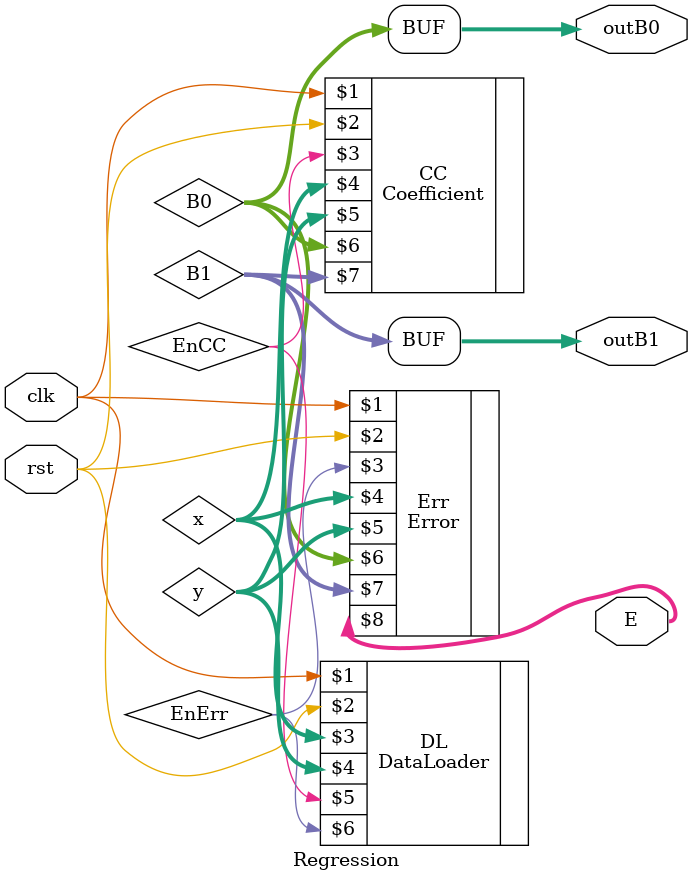
<source format=sv>
`timescale 1ns/1ns
module Regression(input clk, rst, output [19:0] outB0, outB1, E);
    wire [19:0] x, y, B0, B1;
    wire EnCC, EnErr;
    DataLoader DL(clk, rst, x, y, EnCC, EnErr);
    Coefficient CC(clk, rst, EnCC, x, y, B0, B1);
    Error Err(clk, rst, EnErr, x, y, B0, B1, E);

    assign outB0 = B0;
    assign outB1 = B1;
endmodule
</source>
